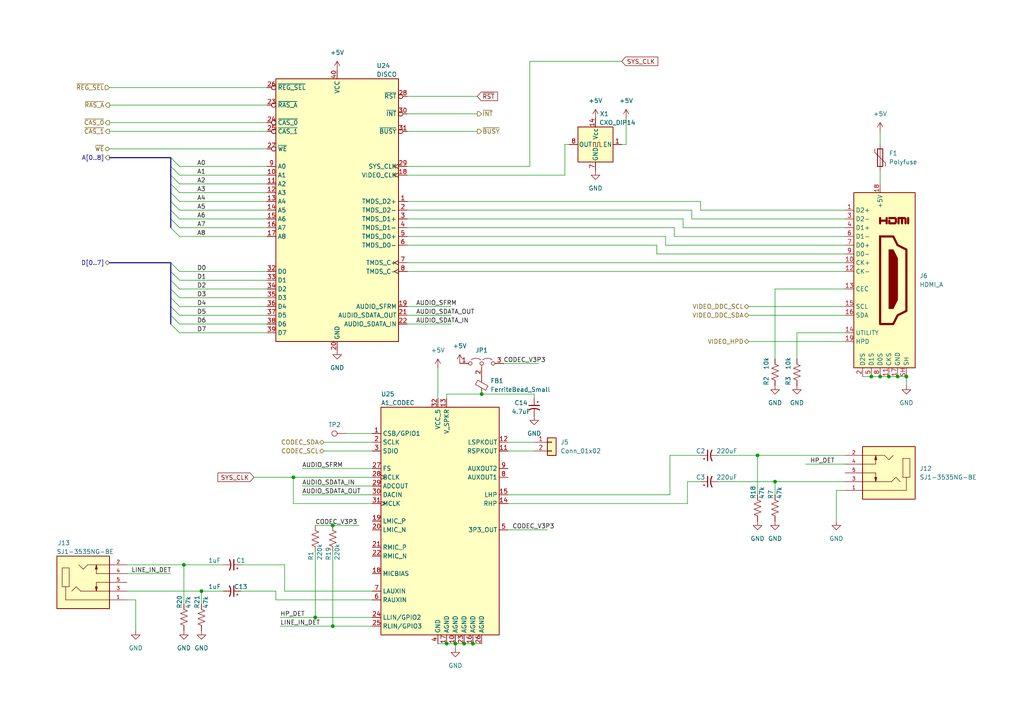
<source format=kicad_sch>
(kicad_sch (version 20230121) (generator eeschema)
  (paper "A4")
  (title_block (title "Anachron Graphics and Audio"))
  (lib_symbols
    (symbol "Connector:HDMI_A"
      (property "Reference" "J" (at -6.35 26.67 0))
      (property "Value" "HDMI_A" (at 10.16 26.67 0))
      (symbol "HDMI_A_0_0"
        (polyline (pts (xy 8.128 16.51) (xy 8.128 18.034)) (stroke (width 0.635)))
        (polyline (pts (xy 0 16.51) (xy 0 18.034) (xy 0 17.272) (xy 1.905 17.272) (xy 1.905 18.034) (xy 1.905 16.51)) (stroke (width 0.635)))
        (polyline (pts (xy 2.667 18.034) (xy 4.318 18.034) (xy 4.572 17.78) (xy 4.572 16.764) (xy 4.318 16.51) (xy 2.667 16.51) (xy 2.667 17.272)) (stroke (width 0.635)))
      )
      (symbol "HDMI_A_0_1"
        (rectangle (start -7.62 25.4) (end 10.16 -25.4) (stroke (width 0.254)) (fill (type background)))
        (polyline (pts (xy 2.54 8.89) (xy 3.81 8.89) (xy 5.08 6.35) (xy 5.08 -5.715) (xy 3.81 -8.255) (xy 2.54 -8.255) (xy 2.54 8.89)) (fill (type outline)))
        (polyline (pts (xy 5.334 16.51) (xy 5.334 18.034) (xy 6.35 18.034) (xy 6.35 16.51) (xy 6.35 18.034) (xy 7.112 18.034) (xy 7.366 17.78) (xy 7.366 16.51)) (stroke (width 0.635)))
        (polyline (pts (xy 0 12.7) (xy 0 -12.7) (xy 3.81 -12.7) (xy 5.08 -10.16) (xy 7.62 -8.89) (xy 7.62 8.89) (xy 5.08 10.16) (xy 3.81 12.7) (xy 0 12.7)) (stroke (width 0.635)))
      )
      (symbol "HDMI_A_1_1"
        (pin passive line (at -10.16 20.32 0) (length 2.54) (name "D2+") (number "1"))
        (pin passive line (at -10.16 5.08 0) (length 2.54) (name "CK+") (number "10"))
        (pin power_in line (at 2.54 -27.94 90) (length 2.54) (name "CKS") (number "11"))
        (pin passive line (at -10.16 2.54 0) (length 2.54) (name "CK-") (number "12"))
        (pin bidirectional line (at -10.16 -2.54 0) (length 2.54) (name "CEC") (number "13"))
        (pin passive line (at -10.16 -15.24 0) (length 2.54) (name "UTILITY") (number "14"))
        (pin passive line (at -10.16 -7.62 0) (length 2.54) (name "SCL") (number "15"))
        (pin bidirectional line (at -10.16 -10.16 0) (length 2.54) (name "SDA") (number "16"))
        (pin power_in line (at 5.08 -27.94 90) (length 2.54) (name "GND") (number "17"))
        (pin power_in line (at 0 27.94 270) (length 2.54) (name "+5V") (number "18"))
        (pin passive line (at -10.16 -17.78 0) (length 2.54) (name "HPD") (number "19"))
        (pin power_in line (at -5.08 -27.94 90) (length 2.54) (name "D2S") (number "2"))
        (pin passive line (at -10.16 17.78 0) (length 2.54) (name "D2-") (number "3"))
        (pin passive line (at -10.16 15.24 0) (length 2.54) (name "D1+") (number "4"))
        (pin power_in line (at -2.54 -27.94 90) (length 2.54) (name "D1S") (number "5"))
        (pin passive line (at -10.16 12.7 0) (length 2.54) (name "D1-") (number "6"))
        (pin passive line (at -10.16 10.16 0) (length 2.54) (name "D0+") (number "7"))
        (pin power_in line (at 0 -27.94 90) (length 2.54) (name "D0S") (number "8"))
        (pin passive line (at -10.16 7.62 0) (length 2.54) (name "D0-") (number "9"))
        (pin passive line (at 7.62 -27.94 90) (length 2.54) (name "SH") (number "SH"))
      )
    )
    (symbol "Connector:TestPoint" (pin_numbers hide) (pin_names (offset 0.762) hide)
      (property "Reference" "TP" (at 0 6.858 0))
      (property "Value" "TestPoint" (at 0 5.08 0))
      (symbol "TestPoint_0_1"
        (circle (center 0 3.302) (radius 0.762))
      )
      (symbol "TestPoint_1_1"
        (pin passive line (at 0 0 90) (length 2.54) (name "1") (number "1"))
      )
    )
    (symbol "Connector_Generic:Conn_01x02" (pin_names (offset 1.016) hide)
      (property "Reference" "J" (at 0 2.54 0))
      (property "Value" "Conn_01x02" (at 0 -5.08 0))
      (symbol "Conn_01x02_1_1"
        (rectangle (start -1.27 -2.413) (end 0 -2.667) (stroke (width 0.1524)))
        (rectangle (start -1.27 0.127) (end 0 -0.127) (stroke (width 0.1524)))
        (rectangle (start -1.27 1.27) (end 1.27 -3.81) (stroke (width 0.254)) (fill (type background)))
        (pin passive line (at -5.08 0 0) (length 3.81) (name "Pin_1") (number "1"))
        (pin passive line (at -5.08 -2.54 0) (length 3.81) (name "Pin_2") (number "2"))
      )
    )
    (symbol "Device:C_Polarized_Small_US" (pin_numbers hide) (pin_names (offset 0.254) hide)
      (property "Reference" "C" (at 0.254 1.778 0))
      (property "Value" "C_Polarized_Small_US" (at 0.254 -2.032 0))
      (symbol "C_Polarized_Small_US_0_1"
        (polyline (pts (xy -1.524 0.508) (xy 1.524 0.508)) (stroke (width 0.3048)))
        (polyline (pts (xy -1.27 1.524) (xy -0.762 1.524)))
        (polyline (pts (xy -1.016 1.27) (xy -1.016 1.778)))
        (arc (start 1.524 -0.762) (mid 0 -0.3734) (end -1.524 -0.762) (stroke (width 0.3048)))
      )
      (symbol "C_Polarized_Small_US_1_1"
        (pin passive line (at 0 2.54 270) (length 2.032) (name "~") (number "1"))
        (pin passive line (at 0 -2.54 90) (length 2.032) (name "~") (number "2"))
      )
    )
    (symbol "Device:FerriteBead_Small" (pin_numbers hide) (pin_names (offset 0))
      (property "Reference" "FB" (at 1.905 1.27 0))
      (property "Value" "FerriteBead_Small" (at 1.905 -1.27 0))
      (symbol "FerriteBead_Small_0_1"
        (polyline (pts (xy 0 -1.27) (xy 0 -0.7874)))
        (polyline (pts (xy 0 0.889) (xy 0 1.2954)))
        (polyline (pts (xy -1.8288 0.2794) (xy -1.1176 1.4986) (xy 1.8288 -0.2032) (xy 1.1176 -1.4224) (xy -1.8288 0.2794)))
      )
      (symbol "FerriteBead_Small_1_1"
        (pin passive line (at 0 2.54 270) (length 1.27) (name "~") (number "1"))
        (pin passive line (at 0 -2.54 90) (length 1.27) (name "~") (number "2"))
      )
    )
    (symbol "Device:Polyfuse" (pin_numbers hide) (pin_names (offset 0))
      (property "Reference" "F" (at -2.54 0 90))
      (property "Value" "Polyfuse" (at 2.54 0 90))
      (symbol "Polyfuse_0_1"
        (rectangle (start -0.762 2.54) (end 0.762 -2.54) (stroke (width 0.254)))
        (polyline (pts (xy 0 2.54) (xy 0 -2.54)))
        (polyline (pts (xy -1.524 2.54) (xy -1.524 1.524) (xy 1.524 -1.524) (xy 1.524 -2.54)))
      )
      (symbol "Polyfuse_1_1"
        (pin passive line (at 0 3.81 270) (length 1.27) (name "~") (number "1"))
        (pin passive line (at 0 -3.81 90) (length 1.27) (name "~") (number "2"))
      )
    )
    (symbol "Device:R_US" (pin_numbers hide) (pin_names (offset 0))
      (property "Reference" "R" (at 2.54 0 90))
      (property "Value" "R_US" (at -2.54 0 90))
      (symbol "R_US_0_1"
        (polyline (pts (xy 0 -2.286) (xy 0 -2.54)))
        (polyline (pts (xy 0 2.286) (xy 0 2.54)))
        (polyline (pts (xy 0 -0.762) (xy 1.016 -1.143) (xy 0 -1.524) (xy -1.016 -1.905) (xy 0 -2.286)))
        (polyline (pts (xy 0 0.762) (xy 1.016 0.381) (xy 0 0) (xy -1.016 -0.381) (xy 0 -0.762)))
        (polyline (pts (xy 0 2.286) (xy 1.016 1.905) (xy 0 1.524) (xy -1.016 1.143) (xy 0 0.762)))
      )
      (symbol "R_US_1_1"
        (pin passive line (at 0 3.81 270) (length 1.27) (name "~") (number "1"))
        (pin passive line (at 0 -3.81 90) (length 1.27) (name "~") (number "2"))
      )
    )
    (symbol "Jumper:Jumper_3_Open" (pin_names (offset 0) hide)
      (property "Reference" "JP" (at -2.54 -2.54 0))
      (property "Value" "Jumper_3_Open" (at 0 2.794 0))
      (symbol "Jumper_3_Open_0_0"
        (circle (center -3.302 0) (radius 0.508))
        (circle (center 0 0) (radius 0.508))
        (circle (center 3.302 0) (radius 0.508))
      )
      (symbol "Jumper_3_Open_0_1"
        (arc (start -0.254 1.016) (mid -1.651 1.4992) (end -3.048 1.016))
        (polyline (pts (xy 0 -0.508) (xy 0 -1.27)))
        (arc (start 3.048 1.016) (mid 1.651 1.4992) (end 0.254 1.016))
      )
      (symbol "Jumper_3_Open_1_1"
        (pin passive line (at -6.35 0 0) (length 2.54) (name "A") (number "1"))
        (pin passive line (at 0 -3.81 90) (length 2.54) (name "C") (number "2"))
        (pin passive line (at 6.35 0 180) (length 2.54) (name "B") (number "3"))
      )
    )
    (symbol "Oscillator:CXO_DIP14" (pin_names (offset 0.254))
      (property "Reference" "X" (at -5.08 6.35 0))
      (property "Value" "CXO_DIP14" (at 1.27 -6.35 0))
      (symbol "CXO_DIP14_0_1"
        (rectangle (start -5.08 5.08) (end 5.08 -5.08) (stroke (width 0.254)) (fill (type background)))
        (polyline (pts (xy -1.905 -0.635) (xy -1.27 -0.635) (xy -1.27 0.635) (xy -0.635 0.635) (xy -0.635 -0.635) (xy 0 -0.635) (xy 0 0.635) (xy 0.635 0.635) (xy 0.635 -0.635)))
      )
      (symbol "CXO_DIP14_1_1"
        (pin input line (at -7.62 0 0) (length 2.54) (name "EN") (number "1"))
        (pin power_in line (at 0 7.62 270) (length 2.54) (name "Vcc") (number "14"))
        (pin power_in line (at 0 -7.62 90) (length 2.54) (name "GND") (number "7"))
        (pin output line (at 7.62 0 180) (length 2.54) (name "OUT") (number "8"))
      )
    )
    (symbol "anachron:A1_CODEC"
      (property "Reference" "U" (at 1.27 36.83 0))
      (property "Value" "A1_CODEC" (at 5.08 34.29 0))
      (symbol "A1_CODEC_0_0"
        (pin power_in line (at 21.59 -35.56 90) (length 2.54) (name "AGND") (number "10"))
        (pin output line (at 36.83 20.32 180) (length 2.54) (name "RSPKOUT") (number "11"))
        (pin output line (at 36.83 22.86 180) (length 2.54) (name "LSPKOUT") (number "12"))
        (pin power_in line (at 19.05 35.56 270) (length 2.54) (name "V_SPKR") (number "13"))
        (pin output line (at 36.83 5.08 180) (length 2.54) (name "RHP") (number "14"))
        (pin output line (at 36.83 7.62 180) (length 2.54) (name "LHP") (number "15"))
        (pin power_in line (at 19.05 -35.56 90) (length 2.54) (name "AGND") (number "17"))
        (pin output line (at -2.54 -15.24 0) (length 2.54) (name "MICBIAS") (number "18"))
        (pin input line (at -2.54 0 0) (length 2.54) (name "LMIC_P") (number "19"))
        (pin bidirectional line (at -2.54 22.86 0) (length 2.54) (name "SCLK") (number "2"))
        (pin input line (at -2.54 -2.54 0) (length 2.54) (name "LMIC_N") (number "20"))
        (pin input line (at -2.54 -7.62 0) (length 2.54) (name "RMIC_P") (number "21"))
        (pin input line (at -2.54 -10.16 0) (length 2.54) (name "RMIC_N") (number "22"))
        (pin power_in line (at 24.13 -35.56 90) (length 2.54) (name "AGND") (number "23"))
        (pin bidirectional line (at -2.54 -27.94 0) (length 2.54) (name "LLIN/GPIO2") (number "24"))
        (pin bidirectional line (at -2.54 -30.48 0) (length 2.54) (name "RLIN/GPIO3") (number "25"))
        (pin bidirectional line (at -2.54 15.24 0) (length 2.54) (name "FS") (number "27"))
        (pin output line (at -2.54 10.16 0) (length 2.54) (name "ADCOUT") (number "29"))
        (pin bidirectional line (at -2.54 20.32 0) (length 2.54) (name "SDIO") (number "3"))
        (pin input line (at -2.54 7.62 0) (length 2.54) (name "DACIN") (number "30"))
        (pin power_in line (at 16.51 35.56 270) (length 2.54) (name "VCC_5") (number "32"))
        (pin power_in line (at 16.51 -35.56 90) (length 2.54) (name "GND") (number "4"))
        (pin power_out line (at 36.83 -2.54 180) (length 2.54) (name "3P3_OUT") (number "5"))
        (pin tri_state line (at -2.54 -22.86 0) (length 2.54) (name "RAUXIN") (number "6"))
        (pin input line (at -2.54 -20.32 0) (length 2.54) (name "LAUXIN") (number "7"))
        (pin output line (at 36.83 12.7 180) (length 2.54) (name "AUXOUT1") (number "8"))
        (pin output line (at 36.83 15.24 180) (length 2.54) (name "AUXOUT2") (number "9"))
      )
      (symbol "A1_CODEC_0_1"
        (rectangle (start 0 33.02) (end 34.29 -33.02) (stroke (width 0.254)) (fill (type background)))
      )
      (symbol "A1_CODEC_1_0"
        (pin bidirectional line (at -2.54 25.4 0) (length 2.54) (name "CSB/GPIO1") (number "1"))
        (pin power_in line (at 26.67 -35.56 90) (length 2.54) (name "AGND") (number "16"))
        (pin power_in line (at 29.21 -35.56 90) (length 2.54) (name "AGND") (number "26"))
        (pin bidirectional clock (at -2.54 12.7 0) (length 2.54) (name "BCLK") (number "28"))
        (pin input clock (at -2.54 5.08 0) (length 2.54) (name "MCLK") (number "31"))
      )
    )
    (symbol "anachron:SJ1-3535NG-BE" (pin_names (offset 1.016))
      (property "Reference" "J" (at -7.6326 8.1414 0))
      (property "Value" "SJ1-3535NG-BE" (at -7.6323 -10.4308 0))
      (symbol "SJ1-3535NG-BE_0_0"
        (rectangle (start -7.62 -7.62) (end 7.62 7.62) (stroke (width 0.254)) (fill (type background)))
        (polyline (pts (xy -6.096 -4.191) (xy -6.096 1.27)) (stroke (width 0.1524)))
        (polyline (pts (xy -6.096 1.27) (xy -5.08 1.27)) (stroke (width 0.1524)))
        (polyline (pts (xy -5.08 1.27) (xy -4.064 1.27)) (stroke (width 0.1524)))
        (polyline (pts (xy -5.08 5.08) (xy -5.08 1.27)) (stroke (width 0.1524)))
        (polyline (pts (xy -4.064 -4.191) (xy -6.096 -4.191)) (stroke (width 0.1524)))
        (polyline (pts (xy -4.064 1.27) (xy -4.064 -4.191)) (stroke (width 0.1524)))
        (polyline (pts (xy -2.032 1.27) (xy -3.302 2.54)) (stroke (width 0.1524)))
        (polyline (pts (xy -0.762 2.54) (xy -2.032 1.27)) (stroke (width 0.1524)))
        (polyline (pts (xy 0 -3.81) (xy -1.27 -5.08)) (stroke (width 0.1524)))
        (polyline (pts (xy 1.27 -5.08) (xy 0 -3.81)) (stroke (width 0.1524)))
        (polyline (pts (xy 3.81 -5.08) (xy 1.27 -5.08)) (stroke (width 0.1524)))
        (polyline (pts (xy 3.81 -5.08) (xy 3.81 -2.54)) (stroke (width 0.1524)))
        (polyline (pts (xy 3.81 0) (xy 3.81 2.54)) (stroke (width 0.1524)))
        (polyline (pts (xy 3.81 2.54) (xy -0.762 2.54)) (stroke (width 0.1524)))
        (polyline (pts (xy 7.62 -5.08) (xy 3.81 -5.08)) (stroke (width 0.1524)))
        (polyline (pts (xy 7.62 -2.54) (xy 3.81 -2.54)) (stroke (width 0.1524)))
        (polyline (pts (xy 7.62 0) (xy 3.81 0)) (stroke (width 0.1524)))
        (polyline (pts (xy 7.62 2.54) (xy 3.81 2.54)) (stroke (width 0.1524)))
        (polyline (pts (xy 7.62 5.08) (xy -5.08 5.08)) (stroke (width 0.1524)))
        (polyline (pts (xy 3.81 -5.08) (xy 3.4925 -3.81) (xy 4.1275 -3.81) (xy 3.81 -5.08)) (stroke (width 0.1524)) (fill (type outline)))
        (polyline (pts (xy 3.81 2.54) (xy 4.1275 1.27) (xy 3.4925 1.27) (xy 3.81 2.54)) (stroke (width 0.1524)) (fill (type outline)))
        (pin passive line (at 12.7 5.08 180) (length 5.08) (name "~") (number "1"))
        (pin passive line (at 12.7 -5.08 180) (length 5.08) (name "~") (number "2"))
        (pin passive line (at 12.7 2.54 180) (length 5.08) (name "~") (number "3"))
        (pin passive line (at 12.7 -2.54 180) (length 5.08) (name "~") (number "4"))
        (pin passive line (at 12.7 0 180) (length 5.08) (name "~") (number "5"))
      )
    )
    (symbol "anachron:disco"
      (property "Reference" "U" (at -20.32 10.16 0))
      (property "Value" "DISCO" (at -17.78 35.56 0))
      (symbol "disco_0_0"
        (pin output line (at 20.32 0 180) (length 2.54) (name "TMDS_D2+") (number "1"))
        (pin output line (at -20.32 7.62 0) (length 2.54) (name "A1") (number "10"))
        (pin output line (at -20.32 5.08 0) (length 2.54) (name "A2") (number "11"))
        (pin output line (at -20.32 2.54 0) (length 2.54) (name "A3") (number "12"))
        (pin output line (at -20.32 0 0) (length 2.54) (name "A4") (number "13"))
        (pin output line (at -20.32 -2.54 0) (length 2.54) (name "A5") (number "14"))
        (pin output line (at -20.32 -5.08 0) (length 2.54) (name "A6") (number "15"))
        (pin output line (at -20.32 -7.62 0) (length 2.54) (name "A7") (number "16"))
        (pin output line (at -20.32 -10.16 0) (length 2.54) (name "A8") (number "17"))
        (pin output line (at 20.32 -2.54 180) (length 2.54) (name "TMDS_D2-") (number "2"))
        (pin power_in line (at 0 -43.18 90) (length 2.54) (name "GND") (number "20"))
        (pin input line (at 20.32 -35.56 180) (length 2.54) (name "AUDIO_SDATA_IN") (number "22"))
        (pin output line (at 20.32 -5.08 180) (length 2.54) (name "TMDS_D1+") (number "3"))
        (pin open_collector inverted (at 20.32 25.4 180) (length 2.54) (name "~{INT}") (number "30"))
        (pin bidirectional line (at -20.32 -20.32 0) (length 2.54) (name "D0") (number "32"))
        (pin bidirectional line (at -20.32 -22.86 0) (length 2.54) (name "D1") (number "33"))
        (pin bidirectional line (at -20.32 -25.4 0) (length 2.54) (name "D2") (number "34"))
        (pin bidirectional line (at -20.32 -27.94 0) (length 2.54) (name "D3") (number "35"))
        (pin bidirectional line (at -20.32 -30.48 0) (length 2.54) (name "D4") (number "36"))
        (pin bidirectional line (at -20.32 -33.02 0) (length 2.54) (name "D5") (number "37"))
        (pin bidirectional line (at -20.32 -35.56 0) (length 2.54) (name "D6") (number "38"))
        (pin bidirectional line (at -20.32 -38.1 0) (length 2.54) (name "D7") (number "39"))
        (pin output line (at 20.32 -7.62 180) (length 2.54) (name "TMDS_D1-") (number "4"))
        (pin power_in line (at 0 38.1 270) (length 2.54) (name "VCC") (number "40"))
        (pin output line (at 20.32 -10.16 180) (length 2.54) (name "TMDS_D0+") (number "5"))
        (pin output line (at 20.32 -12.7 180) (length 2.54) (name "TMDS_D0-") (number "6"))
        (pin output line (at -20.32 10.16 0) (length 2.54) (name "A0") (number "9"))
      )
      (symbol "disco_0_1"
        (rectangle (start -17.78 35.56) (end 17.78 -40.64) (stroke (width 0.254)) (fill (type background)))
      )
      (symbol "disco_1_0"
        (pin input clock (at 20.32 7.62 180) (length 2.54) (name "VIDEO_CLK") (number "18"))
        (pin output line (at 20.32 -30.48 180) (length 2.54) (name "AUDIO_SFRM") (number "19"))
        (pin power_in line (at 20.32 -33.02 180) (length 2.54) (name "AUDIO_SDATA_OUT") (number "21"))
        (pin output inverted (at -20.32 27.94 0) (length 2.54) (name "~{RAS_A}") (number "23"))
        (pin output inverted (at -20.32 22.86 0) (length 2.54) (name "~{CAS_0}") (number "24"))
        (pin output inverted (at -20.32 20.32 0) (length 2.54) (name "~{CAS_1}") (number "25"))
        (pin input inverted (at -20.32 33.02 0) (length 2.54) (name "~{REG_SEL}") (number "26"))
        (pin bidirectional inverted (at -20.32 15.24 0) (length 2.54) (name "~{WE}") (number "27"))
        (pin input inverted (at 20.32 30.48 180) (length 2.54) (name "~{RST}") (number "28"))
        (pin input clock (at 20.32 10.16 180) (length 2.54) (name "SYS_CLK") (number "29"))
        (pin output inverted (at 20.32 20.32 180) (length 2.54) (name "~{BUSY}") (number "31"))
        (pin output clock (at 20.32 -17.78 180) (length 2.54) (name "TMDS_C+") (number "7"))
        (pin output clock (at 20.32 -20.32 180) (length 2.54) (name "TMDS_C-") (number "8"))
      )
    )
    (symbol "power:+5V" (power) (pin_names (offset 0))
      (property "Value" "+5V" (at 0 3.556 0))
      (symbol "+5V_0_1"
        (polyline (pts (xy -0.762 1.27) (xy 0 2.54)))
        (polyline (pts (xy 0 0) (xy 0 2.54)))
        (polyline (pts (xy 0 2.54) (xy 0.762 1.27)))
      )
      (symbol "+5V_1_1"
        (pin power_in line (at 0 0 90) (length 0) hide (name "+5V") (number "1"))
      )
    )
    (symbol "power:GND" (power) (pin_names (offset 0))
      (property "Value" "GND" (at 0 -3.81 0))
      (symbol "GND_0_1"
        (polyline (pts (xy 0 0) (xy 0 -1.27) (xy 1.27 -1.27) (xy 0 -2.54) (xy -1.27 -1.27) (xy 0 -1.27)))
      )
      (symbol "GND_1_1"
        (pin power_in line (at 0 0 270) (length 0) hide (name "GND") (number "1"))
      )
    )
  )
  (junction (at 262.89 109.22))
  (junction (at 96.52 181.61))
  (junction (at 96.52 152.4))
  (junction (at 58.42 171.45))
  (junction (at 91.44 179.07))
  (junction (at 132.08 186.69))
  (junction (at 219.71 132.08))
  (junction (at 257.81 109.22))
  (junction (at 139.7 114.3))
  (junction (at 53.34 163.83))
  (junction (at 224.79 139.7))
  (junction (at 129.54 186.69))
  (junction (at 85.09 138.43))
  (junction (at 252.73 109.22))
  (junction (at 260.35 109.22))
  (junction (at 134.62 186.69))
  (junction (at 255.27 109.22))
  (junction (at 137.16 186.69))
  (bus_entry (at 52.07 86.36) (size -2.54 -2.54))
  (bus_entry (at 49.53 48.26) (size 2.54 2.54))
  (bus_entry (at 49.53 60.96) (size 2.54 2.54))
  (bus_entry (at 52.07 88.9) (size -2.54 -2.54))
  (bus_entry (at 49.53 50.8) (size 2.54 2.54))
  (bus_entry (at 52.07 78.74) (size -2.54 -2.54))
  (bus_entry (at 52.07 81.28) (size -2.54 -2.54))
  (bus_entry (at 52.07 91.44) (size -2.54 -2.54))
  (bus_entry (at 49.53 53.34) (size 2.54 2.54))
  (bus_entry (at 49.53 55.88) (size 2.54 2.54))
  (bus_entry (at 49.53 63.5) (size 2.54 2.54))
  (bus_entry (at 49.53 58.42) (size 2.54 2.54))
  (bus_entry (at 52.07 96.52) (size -2.54 -2.54))
  (bus_entry (at 52.07 83.82) (size -2.54 -2.54))
  (bus_entry (at 52.07 93.98) (size -2.54 -2.54))
  (bus_entry (at 49.53 45.72) (size 2.54 2.54))
  (bus_entry (at 49.53 66.04) (size 2.54 2.54))
  (wire (pts (xy 52.07 93.98) (xy 77.47 93.98)))
  (wire (pts (xy 91.44 179.07) (xy 107.95 179.07)))
  (wire (pts (xy 53.34 175.26) (xy 53.34 163.83)))
  (wire (pts (xy 52.07 60.96) (xy 77.47 60.96)))
  (wire (pts (xy 252.73 109.22) (xy 255.27 109.22)))
  (wire (pts (xy 52.07 68.58) (xy 77.47 68.58)))
  (wire (pts (xy 129.54 114.3) (xy 139.7 114.3)))
  (wire (pts (xy 245.11 142.24) (xy 242.57 142.24)))
  (wire (pts (xy 198.12 66.04) (xy 245.11 66.04)))
  (wire (pts (xy 139.7 114.3) (xy 154.94 114.3)))
  (wire (pts (xy 69.85 171.45) (xy 80.01 171.45)))
  (wire (pts (xy 85.09 146.05) (xy 85.09 138.43)))
  (wire (pts (xy 219.71 143.51) (xy 219.71 132.08)))
  (wire (pts (xy 96.52 160.02) (xy 96.52 181.61)))
  (wire (pts (xy 87.63 140.97) (xy 107.95 140.97)))
  (bus (pts (xy 49.53 91.44) (xy 49.53 88.9)))
  (wire (pts (xy 224.79 139.7) (xy 224.79 143.51)))
  (wire (pts (xy 154.94 114.3) (xy 154.94 115.57)))
  (wire (pts (xy 118.11 76.2) (xy 245.11 76.2)))
  (wire (pts (xy 91.44 152.4) (xy 96.52 152.4)))
  (wire (pts (xy 31.75 35.56) (xy 77.47 35.56)))
  (wire (pts (xy 154.94 128.27) (xy 147.32 128.27)))
  (bus (pts (xy 49.53 48.26) (xy 49.53 50.8)))
  (wire (pts (xy 147.32 153.67) (xy 158.75 153.67)))
  (wire (pts (xy 96.52 152.4) (xy 104.14 152.4)))
  (wire (pts (xy 118.11 91.44) (xy 130.81 91.44)))
  (wire (pts (xy 52.07 55.88) (xy 77.47 55.88)))
  (wire (pts (xy 127 106.68) (xy 127 115.57)))
  (wire (pts (xy 52.07 81.28) (xy 77.47 81.28)))
  (wire (pts (xy 255.27 109.22) (xy 257.81 109.22)))
  (wire (pts (xy 85.09 146.05) (xy 107.95 146.05)))
  (wire (pts (xy 52.07 96.52) (xy 77.47 96.52)))
  (wire (pts (xy 118.11 60.96) (xy 200.66 60.96)))
  (bus (pts (xy 49.53 45.72) (xy 49.53 48.26)))
  (wire (pts (xy 203.2 60.96) (xy 245.11 60.96)))
  (wire (pts (xy 217.17 91.44) (xy 245.11 91.44)))
  (wire (pts (xy 195.58 68.58) (xy 245.11 68.58)))
  (wire (pts (xy 52.07 66.04) (xy 77.47 66.04)))
  (bus (pts (xy 49.53 63.5) (xy 49.53 66.04)))
  (wire (pts (xy 52.07 83.82) (xy 77.47 83.82)))
  (wire (pts (xy 154.94 130.81) (xy 147.32 130.81)))
  (bus (pts (xy 49.53 83.82) (xy 49.53 81.28)))
  (wire (pts (xy 245.11 139.7) (xy 224.79 139.7)))
  (wire (pts (xy 91.44 160.02) (xy 91.44 179.07)))
  (wire (pts (xy 81.28 181.61) (xy 96.52 181.61)))
  (wire (pts (xy 255.27 49.53) (xy 255.27 53.34)))
  (wire (pts (xy 132.08 186.69) (xy 132.08 187.96)))
  (wire (pts (xy 200.66 63.5) (xy 245.11 63.5)))
  (wire (pts (xy 58.42 171.45) (xy 64.77 171.45)))
  (wire (pts (xy 53.34 163.83) (xy 36.83 163.83)))
  (wire (pts (xy 87.63 143.51) (xy 107.95 143.51)))
  (bus (pts (xy 49.53 50.8) (xy 49.53 53.34)))
  (wire (pts (xy 80.01 173.99) (xy 107.95 173.99)))
  (wire (pts (xy 36.83 171.45) (xy 58.42 171.45)))
  (wire (pts (xy 199.39 139.7) (xy 199.39 146.05)))
  (wire (pts (xy 118.11 63.5) (xy 198.12 63.5)))
  (wire (pts (xy 118.11 27.94) (xy 138.43 27.94)))
  (wire (pts (xy 198.12 66.04) (xy 198.12 63.5)))
  (wire (pts (xy 137.16 186.69) (xy 139.7 186.69)))
  (wire (pts (xy 260.35 109.22) (xy 262.89 109.22)))
  (wire (pts (xy 118.11 93.98) (xy 130.81 93.98)))
  (wire (pts (xy 190.5 73.66) (xy 190.5 71.12)))
  (wire (pts (xy 31.75 30.48) (xy 77.47 30.48)))
  (wire (pts (xy 64.77 163.83) (xy 53.34 163.83)))
  (wire (pts (xy 200.66 63.5) (xy 200.66 60.96)))
  (wire (pts (xy 233.68 134.62) (xy 245.11 134.62)))
  (wire (pts (xy 224.79 83.82) (xy 245.11 83.82)))
  (wire (pts (xy 87.63 135.89) (xy 107.95 135.89)))
  (bus (pts (xy 49.53 78.74) (xy 49.53 76.2)))
  (wire (pts (xy 82.55 171.45) (xy 82.55 163.83)))
  (wire (pts (xy 52.07 58.42) (xy 77.47 58.42)))
  (wire (pts (xy 52.07 50.8) (xy 77.47 50.8)))
  (wire (pts (xy 52.07 86.36) (xy 77.47 86.36)))
  (bus (pts (xy 49.53 58.42) (xy 49.53 60.96)))
  (wire (pts (xy 118.11 66.04) (xy 195.58 66.04)))
  (wire (pts (xy 257.81 109.22) (xy 260.35 109.22)))
  (wire (pts (xy 194.31 132.08) (xy 203.2 132.08)))
  (wire (pts (xy 31.75 25.4) (xy 77.47 25.4)))
  (wire (pts (xy 39.37 173.99) (xy 39.37 182.88)))
  (wire (pts (xy 52.07 63.5) (xy 77.47 63.5)))
  (wire (pts (xy 242.57 142.24) (xy 242.57 151.13)))
  (bus (pts (xy 31.75 76.2) (xy 49.53 76.2)))
  (wire (pts (xy 80.01 171.45) (xy 80.01 173.99)))
  (wire (pts (xy 180.34 17.78) (xy 153.67 17.78)))
  (wire (pts (xy 231.14 96.52) (xy 245.11 96.52)))
  (bus (pts (xy 49.53 53.34) (xy 49.53 55.88)))
  (wire (pts (xy 93.98 130.81) (xy 107.95 130.81)))
  (wire (pts (xy 36.83 166.37) (xy 49.53 166.37)))
  (wire (pts (xy 118.11 38.1) (xy 138.43 38.1)))
  (wire (pts (xy 134.62 186.69) (xy 137.16 186.69)))
  (wire (pts (xy 146.05 105.41) (xy 156.21 105.41)))
  (wire (pts (xy 52.07 91.44) (xy 77.47 91.44)))
  (wire (pts (xy 118.11 71.12) (xy 190.5 71.12)))
  (wire (pts (xy 190.5 73.66) (xy 245.11 73.66)))
  (wire (pts (xy 193.04 71.12) (xy 245.11 71.12)))
  (bus (pts (xy 49.53 86.36) (xy 49.53 83.82)))
  (wire (pts (xy 181.61 34.29) (xy 181.61 41.91)))
  (bus (pts (xy 49.53 60.96) (xy 49.53 63.5)))
  (wire (pts (xy 118.11 58.42) (xy 203.2 58.42)))
  (bus (pts (xy 49.53 55.88) (xy 49.53 58.42)))
  (wire (pts (xy 231.14 104.14) (xy 231.14 96.52)))
  (wire (pts (xy 163.83 41.91) (xy 163.83 50.8)))
  (wire (pts (xy 96.52 181.61) (xy 107.95 181.61)))
  (wire (pts (xy 52.07 88.9) (xy 77.47 88.9)))
  (wire (pts (xy 36.83 173.99) (xy 39.37 173.99)))
  (wire (pts (xy 250.19 109.22) (xy 252.73 109.22)))
  (wire (pts (xy 163.83 50.8) (xy 118.11 50.8)))
  (wire (pts (xy 180.34 41.91) (xy 181.61 41.91)))
  (wire (pts (xy 58.42 171.45) (xy 58.42 175.26)))
  (wire (pts (xy 153.67 17.78) (xy 153.67 48.26)))
  (wire (pts (xy 217.17 88.9) (xy 245.11 88.9)))
  (wire (pts (xy 100.33 125.73) (xy 107.95 125.73)))
  (wire (pts (xy 208.28 132.08) (xy 219.71 132.08)))
  (wire (pts (xy 107.95 171.45) (xy 82.55 171.45)))
  (wire (pts (xy 224.79 104.14) (xy 224.79 83.82)))
  (wire (pts (xy 93.98 128.27) (xy 107.95 128.27)))
  (wire (pts (xy 52.07 53.34) (xy 77.47 53.34)))
  (wire (pts (xy 163.83 41.91) (xy 165.1 41.91)))
  (wire (pts (xy 132.08 186.69) (xy 134.62 186.69)))
  (wire (pts (xy 81.28 179.07) (xy 91.44 179.07)))
  (wire (pts (xy 217.17 99.06) (xy 245.11 99.06)))
  (bus (pts (xy 49.53 81.28) (xy 49.53 78.74)))
  (wire (pts (xy 118.11 68.58) (xy 193.04 68.58)))
  (wire (pts (xy 199.39 139.7) (xy 203.2 139.7)))
  (wire (pts (xy 262.89 109.22) (xy 262.89 111.76)))
  (wire (pts (xy 193.04 71.12) (xy 193.04 68.58)))
  (wire (pts (xy 73.66 138.43) (xy 85.09 138.43)))
  (bus (pts (xy 49.53 93.98) (xy 49.53 91.44)))
  (wire (pts (xy 52.07 78.74) (xy 77.47 78.74)))
  (wire (pts (xy 52.07 48.26) (xy 77.47 48.26)))
  (wire (pts (xy 129.54 114.3) (xy 129.54 115.57)))
  (wire (pts (xy 194.31 143.51) (xy 147.32 143.51)))
  (wire (pts (xy 194.31 132.08) (xy 194.31 143.51)))
  (wire (pts (xy 127 186.69) (xy 129.54 186.69)))
  (wire (pts (xy 82.55 163.83) (xy 69.85 163.83)))
  (wire (pts (xy 118.11 78.74) (xy 245.11 78.74)))
  (bus (pts (xy 49.53 88.9) (xy 49.53 86.36)))
  (wire (pts (xy 31.75 38.1) (xy 77.47 38.1)))
  (bus (pts (xy 31.75 45.72) (xy 49.53 45.72)))
  (wire (pts (xy 118.11 88.9) (xy 130.81 88.9)))
  (wire (pts (xy 31.75 43.18) (xy 77.47 43.18)))
  (wire (pts (xy 153.67 48.26) (xy 118.11 48.26)))
  (wire (pts (xy 85.09 138.43) (xy 107.95 138.43)))
  (wire (pts (xy 199.39 146.05) (xy 147.32 146.05)))
  (wire (pts (xy 195.58 68.58) (xy 195.58 66.04)))
  (wire (pts (xy 118.11 33.02) (xy 138.43 33.02)))
  (wire (pts (xy 208.28 139.7) (xy 224.79 139.7)))
  (wire (pts (xy 219.71 132.08) (xy 245.11 132.08)))
  (wire (pts (xy 129.54 186.69) (xy 132.08 186.69)))
  (wire (pts (xy 255.27 38.1) (xy 255.27 41.91)))
  (wire (pts (xy 203.2 60.96) (xy 203.2 58.42)))
  (label "A6" (at 57.15 63.5 0))
  (label "CODEC_V3P3" (at 91.44 152.4 0))
  (label "D6" (at 57.15 93.98 0))
  (label "AUDIO_SDATA_OUT" (at 120.65 91.44 0))
  (label "A7" (at 57.15 66.04 0))
  (label "A2" (at 57.15 53.34 0))
  (label "AUDIO_SFRM" (at 87.63 135.89 0))
  (label "A4" (at 57.15 58.42 0))
  (label "A3" (at 57.15 55.88 0))
  (label "D7" (at 57.15 96.52 0))
  (label "A5" (at 57.15 60.96 0))
  (label "A1" (at 57.15 50.8 0))
  (label "D1" (at 57.15 81.28 0))
  (label "D2" (at 57.15 83.82 0))
  (label "AUDIO_SFRM" (at 120.65 88.9 0))
  (label "AUDIO_SDATA_IN" (at 120.65 93.98 0))
  (label "HP_DET" (at 234.95 134.62 0))
  (label "HP_DET" (at 81.28 179.07 0))
  (label "D3" (at 57.15 86.36 0))
  (label "AUDIO_SDATA_IN" (at 87.63 140.97 0))
  (label "LINE_IN_DET" (at 81.28 181.61 0))
  (label "A0" (at 57.15 48.26 0))
  (label "A8" (at 57.15 68.58 0))
  (label "CODEC_V3P3" (at 146.05 105.41 0))
  (label "D0" (at 57.15 78.74 0))
  (label "D5" (at 57.15 91.44 0))
  (label "AUDIO_SDATA_OUT" (at 87.63 143.51 0))
  (label "CODEC_V3P3" (at 148.59 153.67 0))
  (label "LINE_IN_DET" (at 38.1 166.37 0))
  (label "D4" (at 57.15 88.9 0))
  (global_label "SYS_CLK" (shape input) (at 180.34 17.78 0) (property "Intersheetrefs" "${INTERSHEET_REFS}" (effects hide)))
  (global_label "~{RST}" (shape input) (at 138.43 27.94 0) (property "Intersheetrefs" "${INTERSHEET_REFS}" (effects hide)))
  (global_label "SYS_CLK" (shape input) (at 73.66 138.43 180) (property "Intersheetrefs" "${INTERSHEET_REFS}" (effects hide)))
  (hierarchical_label "VIDEO_HPD" (shape bidirectional) (at 217.17 99.06 180))
  (hierarchical_label "~{REG_SEL}" (shape input) (at 31.75 25.4 180))
  (hierarchical_label "~{BUSY}" (shape output) (at 138.43 38.1 0))
  (hierarchical_label "VIDEO_DDC_SCL" (shape bidirectional) (at 217.17 88.9 180))
  (hierarchical_label "CODEC_SCL" (shape bidirectional) (at 93.98 130.81 180))
  (hierarchical_label "~{WE}" (shape bidirectional) (at 31.75 43.18 180))
  (hierarchical_label "~{INT}" (shape output) (at 138.43 33.02 0))
  (hierarchical_label "~{CAS_0}" (shape output) (at 31.75 35.56 180))
  (hierarchical_label "CODEC_SDA" (shape bidirectional) (at 93.98 128.27 180))
  (hierarchical_label "~{CAS_1}" (shape output) (at 31.75 38.1 180))
  (hierarchical_label "VIDEO_DDC_SDA" (shape bidirectional) (at 217.17 91.44 180))
  (hierarchical_label "D[0..7]" (shape bidirectional) (at 31.75 76.2 180))
  (hierarchical_label "A[0..8]" (shape output) (at 31.75 45.72 180))
  (hierarchical_label "~{RAS_A}" (shape output) (at 31.75 30.48 180))
  (symbol (lib_id "power:+5V") (at 133.35 105.41 0) (unit 1)
    (property "Reference" "#PWR0153" (effects hide))
    (property "Value" "+5V" (at 133.35 100.33 0))
  )
  (symbol (lib_id "Device:R_US") (at 224.79 147.32 0) (unit 1)
    (property "Reference" "R7" (at 223.52 144.78 90) (effects (justify left)))
    (property "Value" "47k" (at 226.06 144.78 90) (effects (justify left)))
    (property "Footprint" "Resistor_THT:R_Axial_DIN0204_L3.6mm_D1.6mm_P5.08mm_Horizontal" (effects hide))
  )
  (symbol (lib_id "power:+5V") (at 255.27 38.1 0) (unit 1)
    (property "Reference" "#PWR090" (effects hide))
    (property "Value" "+5V" (at 255.27 33.02 0))
  )
  (symbol (lib_id "Device:C_Polarized_Small_US") (at 67.31 171.45 270) (mirror x) (unit 1)
    (property "Reference" "C13" (at 69.85 170.18 90))
    (property "Value" "1uF" (at 62.23 170.18 90))
    (property "Footprint" "Capacitor_THT:CP_Radial_D4.0mm_P2.00mm" (effects hide))
  )
  (symbol (lib_id "power:GND") (at 219.71 151.13 0) (unit 1)
    (property "Reference" "#PWR071" (effects hide))
    (property "Value" "GND" (at 219.71 156.21 0))
  )
  (symbol (lib_id "power:GND") (at 39.37 182.88 0) (unit 1)
    (property "Reference" "#PWR081" (effects hide))
    (property "Value" "GND" (at 39.37 187.96 0))
  )
  (symbol (lib_id "Device:C_Polarized_Small_US") (at 67.31 163.83 270) (mirror x) (unit 1)
    (property "Reference" "C1" (at 69.85 162.56 90))
    (property "Value" "1uF" (at 62.23 162.56 90))
    (property "Footprint" "Capacitor_THT:CP_Radial_D4.0mm_P2.00mm" (effects hide))
  )
  (symbol (lib_id "anachron:SJ1-3535NG-BE") (at 257.81 137.16 180) (unit 1)
    (property "Reference" "J12" (at 266.7 135.89 0) (effects (justify right)))
    (property "Value" "SJ1-3535NG-BE" (at 266.7 138.43 0) (effects (justify right)))
    (property "Footprint" "anachron:CUI_SJ1-3535NG-BE" (effects hide))
    (property "PARTREV" "1.0" (effects hide))
    (property "SNAPEDA_PN" "SJ1-3535NG-BE" (effects hide))
    (property "STANDARD" "Manufacturer Recommendation" (effects hide))
    (property "MAXIMUM_PACKAGE_HEIGHT" "12.3 mm" (effects hide))
    (property "MANUFACTURER" "CUI Devices" (effects hide))
  )
  (symbol (lib_id "power:GND") (at 53.34 182.88 0) (unit 1)
    (property "Reference" "#PWR084" (effects hide))
    (property "Value" "GND" (at 53.34 187.96 0))
  )
  (symbol (lib_id "power:GND") (at 262.89 111.76 0) (unit 1)
    (property "Reference" "#PWR091" (effects hide))
    (property "Value" "GND" (at 262.89 116.84 0))
  )
  (symbol (lib_id "Device:C_Polarized_Small_US") (at 205.74 132.08 90) (unit 1)
    (property "Reference" "C2" (at 203.2 130.81 90))
    (property "Value" "220uF" (at 210.82 130.81 90))
    (property "Footprint" "Capacitor_THT:CP_Radial_D7.5mm_P2.50mm" (effects hide))
  )
  (symbol (lib_id "power:+5V") (at 181.61 34.29 0) (unit 1)
    (property "Reference" "#PWR087" (effects hide))
    (property "Value" "+5V" (at 181.61 29.21 0))
  )
  (symbol (lib_id "anachron:A1_CODEC") (at 110.49 151.13 0) (unit 1)
    (property "Reference" "U25" (at 110.49 114.3 0) (effects (justify left)))
    (property "Value" "A1_CODEC" (at 110.49 116.84 0) (effects (justify left)))
    (property "Footprint" "Package_DIP:DIP-32_W15.24mm_LongPads" (effects hide))
    (property "Datasheet" "https://www.nuvoton.com/export/resource-files/NAU8822DataSheetRev3.3.pdf" (effects hide))
  )
  (symbol (lib_id "Device:FerriteBead_Small") (at 139.7 111.76 0) (unit 1)
    (property "Reference" "FB1" (at 142.24 110.4519 0) (effects (justify left)))
    (property "Value" "FerriteBead_Small" (at 142.24 112.9919 0) (effects (justify left)))
    (property "Footprint" "Inductor_THT:L_Axial_L5.3mm_D2.2mm_P7.62mm_Horizontal_Vishay_IM-1" (effects hide))
  )
  (symbol (lib_id "power:GND") (at 172.72 49.53 0) (unit 1)
    (property "Reference" "#PWR086" (effects hide))
    (property "Value" "GND" (at 172.72 54.61 0))
  )
  (symbol (lib_id "power:GND") (at 231.14 111.76 0) (unit 1)
    (property "Reference" "#PWR089" (effects hide))
    (property "Value" "GND" (at 231.14 116.84 0))
  )
  (symbol (lib_id "Device:R_US") (at 96.52 156.21 0) (unit 1)
    (property "Reference" "R19" (at 95.25 162.56 90) (effects (justify left)))
    (property "Value" "220k" (at 97.79 162.56 90) (effects (justify left)))
    (property "Footprint" "Resistor_THT:R_Axial_DIN0204_L3.6mm_D1.6mm_P5.08mm_Horizontal" (effects hide))
  )
  (symbol (lib_id "power:+5V") (at 97.79 20.32 0) (unit 1)
    (property "Reference" "#PWR079" (effects hide))
    (property "Value" "+5V" (at 97.79 15.24 0))
  )
  (symbol (lib_id "Device:R_US") (at 91.44 156.21 0) (unit 1)
    (property "Reference" "R1" (at 90.17 162.56 90) (effects (justify left)))
    (property "Value" "220k" (at 92.71 162.56 90) (effects (justify left)))
    (property "Footprint" "Resistor_THT:R_Axial_DIN0204_L3.6mm_D1.6mm_P5.08mm_Horizontal" (effects hide))
  )
  (symbol (lib_id "power:+5V") (at 172.72 34.29 0) (unit 1)
    (property "Reference" "#PWR085" (effects hide))
    (property "Value" "+5V" (at 172.72 29.21 0))
  )
  (symbol (lib_id "Device:R_US") (at 224.79 107.95 180) (unit 1)
    (property "Reference" "R2" (at 222.25 110.49 90))
    (property "Value" "10k" (at 222.25 105.41 90))
    (property "Footprint" "Resistor_THT:R_Axial_DIN0204_L3.6mm_D1.6mm_P5.08mm_Horizontal" (effects hide))
  )
  (symbol (lib_id "power:+5V") (at 127 106.68 0) (unit 1)
    (property "Reference" "#PWR082" (effects hide))
    (property "Value" "+5V" (at 127 101.6 0))
  )
  (symbol (lib_id "Device:R_US") (at 231.14 107.95 180) (unit 1)
    (property "Reference" "R3" (at 228.6 110.49 90))
    (property "Value" "10k" (at 228.6 105.41 90))
    (property "Footprint" "Resistor_THT:R_Axial_DIN0204_L3.6mm_D1.6mm_P5.08mm_Horizontal" (effects hide))
  )
  (symbol (lib_id "Device:Polyfuse") (at 255.27 45.72 180) (unit 1)
    (property "Reference" "F1" (at 257.81 44.45 0) (effects (justify right)))
    (property "Value" "Polyfuse" (at 257.81 46.99 0) (effects (justify right)))
    (property "Footprint" "Fuse:Fuse_Littelfuse_395Series" (effects hide))
    (property "Datasheet" "https://mm.digikey.com/Volume0/opasdata/d220001/medias/docus/4295/BK30_Series_DS.pdf" (effects hide))
  )
  (symbol (lib_id "Connector_Generic:Conn_01x02") (at 160.02 128.27 0) (unit 1)
    (property "Reference" "J5" (at 162.56 128.27 0) (effects (justify left)))
    (property "Value" "Conn_01x02" (at 162.56 130.81 0) (effects (justify left)))
    (property "Footprint" "Connector_PinHeader_2.54mm:PinHeader_1x02_P2.54mm_Vertical" (effects hide))
  )
  (symbol (lib_id "power:GND") (at 132.08 187.96 0) (unit 1)
    (property "Reference" "#PWR083" (effects hide))
    (property "Value" "GND" (at 132.08 193.04 0))
  )
  (symbol (lib_id "Device:C_Polarized_Small_US") (at 205.74 139.7 90) (unit 1)
    (property "Reference" "C3" (at 203.2 138.43 90))
    (property "Value" "220uF" (at 210.82 138.43 90))
    (property "Footprint" "Capacitor_THT:CP_Radial_D7.5mm_P2.50mm" (effects hide))
  )
  (symbol (lib_id "Device:R_US") (at 58.42 179.07 0) (unit 1)
    (property "Reference" "R21" (at 57.15 176.53 90) (effects (justify left)))
    (property "Value" "47k" (at 59.69 176.53 90) (effects (justify left)))
    (property "Footprint" "Resistor_THT:R_Axial_DIN0204_L3.6mm_D1.6mm_P5.08mm_Horizontal" (effects hide))
  )
  (symbol (lib_id "power:GND") (at 58.42 182.88 0) (unit 1)
    (property "Reference" "#PWR0152" (effects hide))
    (property "Value" "GND" (at 58.42 187.96 0))
  )
  (symbol (lib_id "Connector:HDMI_A") (at 255.27 81.28 0) (unit 1)
    (property "Reference" "J6" (at 266.7 80.01 0) (effects (justify left)))
    (property "Value" "HDMI_A" (at 266.7 82.55 0) (effects (justify left)))
    (property "Footprint" "Connector_HDMI:HDMI_A_Molex_208658-1001_Horizontal" (effects hide))
    (property "Datasheet" "https://en.wikipedia.org/wiki/HDMI" (effects hide))
  )
  (symbol (lib_id "power:GND") (at 154.94 120.65 0) (unit 1)
    (property "Reference" "#PWR077" (effects hide))
    (property "Value" "GND" (at 154.94 125.73 0))
  )
  (symbol (lib_id "anachron:disco") (at 97.79 58.42 0) (unit 1)
    (property "Reference" "U24" (at 109.22 19.05 0) (effects (justify left)))
    (property "Value" "DISCO" (at 109.22 21.59 0) (effects (justify left)))
    (property "Footprint" "anachron:DIP-40_W15.24mm_Socket" (effects hide))
  )
  (symbol (lib_id "Jumper:Jumper_3_Open") (at 139.7 105.41 0) (unit 1)
    (property "Reference" "JP1" (at 139.7 101.6 0))
    (property "Value" "Jumper_3_Open" (effects hide))
    (property "Footprint" "Connector_PinHeader_2.54mm:PinHeader_1x03_P2.54mm_Vertical" (effects hide))
  )
  (symbol (lib_id "Device:C_Polarized_Small_US") (at 154.94 118.11 0) (mirror y) (unit 1)
    (property "Reference" "C14" (at 151.13 116.84 0))
    (property "Value" "4.7uF" (at 151.13 119.38 0))
    (property "Footprint" "Capacitor_THT:CP_Radial_D4.0mm_P2.00mm" (effects hide))
  )
  (symbol (lib_id "Connector:TestPoint") (at 100.33 125.73 90) (unit 1)
    (property "Reference" "TP2" (at 97.028 123.19 90))
    (property "Value" "TestPoint_Alt" (effects hide))
    (property "Footprint" "TestPoint:TestPoint_Plated_Hole_D2.0mm" (effects hide))
  )
  (symbol (lib_id "power:GND") (at 97.79 101.6 0) (unit 1)
    (property "Reference" "#PWR080" (effects hide))
    (property "Value" "GND" (at 97.79 106.68 0))
  )
  (symbol (lib_id "power:GND") (at 224.79 151.13 0) (unit 1)
    (property "Reference" "#PWR078" (effects hide))
    (property "Value" "GND" (at 224.79 156.21 0))
  )
  (symbol (lib_id "Device:R_US") (at 219.71 147.32 0) (unit 1)
    (property "Reference" "R18" (at 218.44 144.78 90) (effects (justify left)))
    (property "Value" "47k" (at 220.98 144.78 90) (effects (justify left)))
    (property "Footprint" "Resistor_THT:R_Axial_DIN0204_L3.6mm_D1.6mm_P5.08mm_Horizontal" (effects hide))
  )
  (symbol (lib_id "anachron:SJ1-3535NG-BE") (at 24.13 168.91 0) (mirror x) (unit 1)
    (property "Reference" "J13" (at 20.32 157.48 0) (effects (justify right)))
    (property "Value" "SJ1-3535NG-BE" (at 33.02 160.02 0) (effects (justify right)))
    (property "Footprint" "anachron:CUI_SJ1-3535NG-BE" (effects hide))
    (property "PARTREV" "1.0" (effects hide))
    (property "SNAPEDA_PN" "SJ1-3535NG-BE" (effects hide))
    (property "STANDARD" "Manufacturer Recommendation" (effects hide))
    (property "MAXIMUM_PACKAGE_HEIGHT" "12.3 mm" (effects hide))
    (property "MANUFACTURER" "CUI Devices" (effects hide))
  )
  (symbol (lib_id "power:GND") (at 224.79 111.76 0) (unit 1)
    (property "Reference" "#PWR088" (effects hide))
    (property "Value" "GND" (at 224.79 116.84 0))
  )
  (symbol (lib_id "Device:R_US") (at 53.34 179.07 0) (unit 1)
    (property "Reference" "R20" (at 52.07 176.53 90) (effects (justify left)))
    (property "Value" "47k" (at 54.61 176.53 90) (effects (justify left)))
    (property "Footprint" "Resistor_THT:R_Axial_DIN0204_L3.6mm_D1.6mm_P5.08mm_Horizontal" (effects hide))
  )
  (symbol (lib_id "power:GND") (at 242.57 151.13 0) (unit 1)
    (property "Reference" "#PWR029" (effects hide))
    (property "Value" "GND" (at 242.57 156.21 0))
  )
  (symbol (lib_id "Oscillator:CXO_DIP14") (at 172.72 41.91 0) (mirror y) (unit 1)
    (property "Reference" "X1" (at 175.26 33.02 0))
    (property "Value" "CXO_DIP14" (at 179.07 35.56 0))
    (property "Footprint" "Oscillator:Oscillator_DIP-14" (effects hide))
    (property "Datasheet" "http://cdn-reichelt.de/documents/datenblatt/B400/OSZI.pdf" (effects hide))
  )
)
</source>
